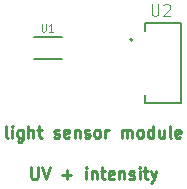
<source format=gbr>
G04 #@! TF.GenerationSoftware,KiCad,Pcbnew,5.1.5+dfsg1-2build2*
G04 #@! TF.CreationDate,2020-11-20T18:41:41+01:00*
G04 #@! TF.ProjectId,Lightdome_SensorPCB,4c696768-7464-46f6-9d65-5f53656e736f,1*
G04 #@! TF.SameCoordinates,Original*
G04 #@! TF.FileFunction,Legend,Top*
G04 #@! TF.FilePolarity,Positive*
%FSLAX46Y46*%
G04 Gerber Fmt 4.6, Leading zero omitted, Abs format (unit mm)*
G04 Created by KiCad (PCBNEW 5.1.5+dfsg1-2build2) date 2020-11-20 18:41:41*
%MOMM*%
%LPD*%
G04 APERTURE LIST*
%ADD10C,0.250000*%
%ADD11C,0.127000*%
%ADD12C,0.200000*%
%ADD13C,0.100000*%
%ADD14C,0.015000*%
%ADD15R,1.600000X0.700000*%
%ADD16R,1.000000X0.400000*%
G04 APERTURE END LIST*
D10*
X136271904Y-91412380D02*
X136176666Y-91364761D01*
X136129047Y-91269523D01*
X136129047Y-90412380D01*
X136652857Y-91412380D02*
X136652857Y-90745714D01*
X136652857Y-90412380D02*
X136605238Y-90460000D01*
X136652857Y-90507619D01*
X136700476Y-90460000D01*
X136652857Y-90412380D01*
X136652857Y-90507619D01*
X137557619Y-90745714D02*
X137557619Y-91555238D01*
X137510000Y-91650476D01*
X137462380Y-91698095D01*
X137367142Y-91745714D01*
X137224285Y-91745714D01*
X137129047Y-91698095D01*
X137557619Y-91364761D02*
X137462380Y-91412380D01*
X137271904Y-91412380D01*
X137176666Y-91364761D01*
X137129047Y-91317142D01*
X137081428Y-91221904D01*
X137081428Y-90936190D01*
X137129047Y-90840952D01*
X137176666Y-90793333D01*
X137271904Y-90745714D01*
X137462380Y-90745714D01*
X137557619Y-90793333D01*
X138033809Y-91412380D02*
X138033809Y-90412380D01*
X138462380Y-91412380D02*
X138462380Y-90888571D01*
X138414761Y-90793333D01*
X138319523Y-90745714D01*
X138176666Y-90745714D01*
X138081428Y-90793333D01*
X138033809Y-90840952D01*
X138795714Y-90745714D02*
X139176666Y-90745714D01*
X138938571Y-90412380D02*
X138938571Y-91269523D01*
X138986190Y-91364761D01*
X139081428Y-91412380D01*
X139176666Y-91412380D01*
X140224285Y-91364761D02*
X140319523Y-91412380D01*
X140510000Y-91412380D01*
X140605238Y-91364761D01*
X140652857Y-91269523D01*
X140652857Y-91221904D01*
X140605238Y-91126666D01*
X140510000Y-91079047D01*
X140367142Y-91079047D01*
X140271904Y-91031428D01*
X140224285Y-90936190D01*
X140224285Y-90888571D01*
X140271904Y-90793333D01*
X140367142Y-90745714D01*
X140510000Y-90745714D01*
X140605238Y-90793333D01*
X141462380Y-91364761D02*
X141367142Y-91412380D01*
X141176666Y-91412380D01*
X141081428Y-91364761D01*
X141033809Y-91269523D01*
X141033809Y-90888571D01*
X141081428Y-90793333D01*
X141176666Y-90745714D01*
X141367142Y-90745714D01*
X141462380Y-90793333D01*
X141510000Y-90888571D01*
X141510000Y-90983809D01*
X141033809Y-91079047D01*
X141938571Y-90745714D02*
X141938571Y-91412380D01*
X141938571Y-90840952D02*
X141986190Y-90793333D01*
X142081428Y-90745714D01*
X142224285Y-90745714D01*
X142319523Y-90793333D01*
X142367142Y-90888571D01*
X142367142Y-91412380D01*
X142795714Y-91364761D02*
X142890952Y-91412380D01*
X143081428Y-91412380D01*
X143176666Y-91364761D01*
X143224285Y-91269523D01*
X143224285Y-91221904D01*
X143176666Y-91126666D01*
X143081428Y-91079047D01*
X142938571Y-91079047D01*
X142843333Y-91031428D01*
X142795714Y-90936190D01*
X142795714Y-90888571D01*
X142843333Y-90793333D01*
X142938571Y-90745714D01*
X143081428Y-90745714D01*
X143176666Y-90793333D01*
X143795714Y-91412380D02*
X143700476Y-91364761D01*
X143652857Y-91317142D01*
X143605238Y-91221904D01*
X143605238Y-90936190D01*
X143652857Y-90840952D01*
X143700476Y-90793333D01*
X143795714Y-90745714D01*
X143938571Y-90745714D01*
X144033809Y-90793333D01*
X144081428Y-90840952D01*
X144129047Y-90936190D01*
X144129047Y-91221904D01*
X144081428Y-91317142D01*
X144033809Y-91364761D01*
X143938571Y-91412380D01*
X143795714Y-91412380D01*
X144557619Y-91412380D02*
X144557619Y-90745714D01*
X144557619Y-90936190D02*
X144605238Y-90840952D01*
X144652857Y-90793333D01*
X144748095Y-90745714D01*
X144843333Y-90745714D01*
X145938571Y-91412380D02*
X145938571Y-90745714D01*
X145938571Y-90840952D02*
X145986190Y-90793333D01*
X146081428Y-90745714D01*
X146224285Y-90745714D01*
X146319523Y-90793333D01*
X146367142Y-90888571D01*
X146367142Y-91412380D01*
X146367142Y-90888571D02*
X146414761Y-90793333D01*
X146510000Y-90745714D01*
X146652857Y-90745714D01*
X146748095Y-90793333D01*
X146795714Y-90888571D01*
X146795714Y-91412380D01*
X147414761Y-91412380D02*
X147319523Y-91364761D01*
X147271904Y-91317142D01*
X147224285Y-91221904D01*
X147224285Y-90936190D01*
X147271904Y-90840952D01*
X147319523Y-90793333D01*
X147414761Y-90745714D01*
X147557619Y-90745714D01*
X147652857Y-90793333D01*
X147700476Y-90840952D01*
X147748095Y-90936190D01*
X147748095Y-91221904D01*
X147700476Y-91317142D01*
X147652857Y-91364761D01*
X147557619Y-91412380D01*
X147414761Y-91412380D01*
X148605238Y-91412380D02*
X148605238Y-90412380D01*
X148605238Y-91364761D02*
X148510000Y-91412380D01*
X148319523Y-91412380D01*
X148224285Y-91364761D01*
X148176666Y-91317142D01*
X148129047Y-91221904D01*
X148129047Y-90936190D01*
X148176666Y-90840952D01*
X148224285Y-90793333D01*
X148319523Y-90745714D01*
X148510000Y-90745714D01*
X148605238Y-90793333D01*
X149510000Y-90745714D02*
X149510000Y-91412380D01*
X149081428Y-90745714D02*
X149081428Y-91269523D01*
X149129047Y-91364761D01*
X149224285Y-91412380D01*
X149367142Y-91412380D01*
X149462380Y-91364761D01*
X149510000Y-91317142D01*
X150129047Y-91412380D02*
X150033809Y-91364761D01*
X149986190Y-91269523D01*
X149986190Y-90412380D01*
X150890952Y-91364761D02*
X150795714Y-91412380D01*
X150605238Y-91412380D01*
X150510000Y-91364761D01*
X150462380Y-91269523D01*
X150462380Y-90888571D01*
X150510000Y-90793333D01*
X150605238Y-90745714D01*
X150795714Y-90745714D01*
X150890952Y-90793333D01*
X150938571Y-90888571D01*
X150938571Y-90983809D01*
X150462380Y-91079047D01*
X138248095Y-93912380D02*
X138248095Y-94721904D01*
X138295714Y-94817142D01*
X138343333Y-94864761D01*
X138438571Y-94912380D01*
X138629047Y-94912380D01*
X138724285Y-94864761D01*
X138771904Y-94817142D01*
X138819523Y-94721904D01*
X138819523Y-93912380D01*
X139152857Y-93912380D02*
X139486190Y-94912380D01*
X139819523Y-93912380D01*
X140914761Y-94531428D02*
X141676666Y-94531428D01*
X141295714Y-94912380D02*
X141295714Y-94150476D01*
X142914761Y-94912380D02*
X142914761Y-94245714D01*
X142914761Y-93912380D02*
X142867142Y-93960000D01*
X142914761Y-94007619D01*
X142962380Y-93960000D01*
X142914761Y-93912380D01*
X142914761Y-94007619D01*
X143390952Y-94245714D02*
X143390952Y-94912380D01*
X143390952Y-94340952D02*
X143438571Y-94293333D01*
X143533809Y-94245714D01*
X143676666Y-94245714D01*
X143771904Y-94293333D01*
X143819523Y-94388571D01*
X143819523Y-94912380D01*
X144152857Y-94245714D02*
X144533809Y-94245714D01*
X144295714Y-93912380D02*
X144295714Y-94769523D01*
X144343333Y-94864761D01*
X144438571Y-94912380D01*
X144533809Y-94912380D01*
X145248095Y-94864761D02*
X145152857Y-94912380D01*
X144962380Y-94912380D01*
X144867142Y-94864761D01*
X144819523Y-94769523D01*
X144819523Y-94388571D01*
X144867142Y-94293333D01*
X144962380Y-94245714D01*
X145152857Y-94245714D01*
X145248095Y-94293333D01*
X145295714Y-94388571D01*
X145295714Y-94483809D01*
X144819523Y-94579047D01*
X145724285Y-94245714D02*
X145724285Y-94912380D01*
X145724285Y-94340952D02*
X145771904Y-94293333D01*
X145867142Y-94245714D01*
X146010000Y-94245714D01*
X146105238Y-94293333D01*
X146152857Y-94388571D01*
X146152857Y-94912380D01*
X146581428Y-94864761D02*
X146676666Y-94912380D01*
X146867142Y-94912380D01*
X146962380Y-94864761D01*
X147010000Y-94769523D01*
X147010000Y-94721904D01*
X146962380Y-94626666D01*
X146867142Y-94579047D01*
X146724285Y-94579047D01*
X146629047Y-94531428D01*
X146581428Y-94436190D01*
X146581428Y-94388571D01*
X146629047Y-94293333D01*
X146724285Y-94245714D01*
X146867142Y-94245714D01*
X146962380Y-94293333D01*
X147438571Y-94912380D02*
X147438571Y-94245714D01*
X147438571Y-93912380D02*
X147390952Y-93960000D01*
X147438571Y-94007619D01*
X147486190Y-93960000D01*
X147438571Y-93912380D01*
X147438571Y-94007619D01*
X147771904Y-94245714D02*
X148152857Y-94245714D01*
X147914761Y-93912380D02*
X147914761Y-94769523D01*
X147962380Y-94864761D01*
X148057619Y-94912380D01*
X148152857Y-94912380D01*
X148390952Y-94245714D02*
X148629047Y-94912380D01*
X148867142Y-94245714D02*
X148629047Y-94912380D01*
X148533809Y-95150476D01*
X148486190Y-95198095D01*
X148390952Y-95245714D01*
D11*
X147910000Y-88490000D02*
X147910000Y-87790000D01*
X147910000Y-81690000D02*
X147910000Y-82390000D01*
X150910000Y-88490000D02*
X147910000Y-88490000D01*
X150910000Y-81690000D02*
X150910000Y-88490000D01*
X147910000Y-81690000D02*
X150910000Y-81690000D01*
D12*
X146835000Y-83108000D02*
G75*
G03X146835000Y-83108000I-100000J0D01*
G01*
D11*
X138525000Y-84720000D02*
X140875000Y-84720000D01*
X138525000Y-82920000D02*
X140875000Y-82920000D01*
D13*
X137880000Y-82800000D02*
G75*
G03X137880000Y-82800000I-50000J0D01*
G01*
D14*
X148463095Y-80097380D02*
X148463095Y-80906904D01*
X148510714Y-81002142D01*
X148558333Y-81049761D01*
X148653571Y-81097380D01*
X148844047Y-81097380D01*
X148939285Y-81049761D01*
X148986904Y-81002142D01*
X149034523Y-80906904D01*
X149034523Y-80097380D01*
X149463095Y-80192619D02*
X149510714Y-80145000D01*
X149605952Y-80097380D01*
X149844047Y-80097380D01*
X149939285Y-80145000D01*
X149986904Y-80192619D01*
X150034523Y-80287857D01*
X150034523Y-80383095D01*
X149986904Y-80525952D01*
X149415476Y-81097380D01*
X150034523Y-81097380D01*
X139158672Y-81819731D02*
X139158672Y-82305614D01*
X139187254Y-82362777D01*
X139215835Y-82391358D01*
X139272998Y-82419940D01*
X139387323Y-82419940D01*
X139444486Y-82391358D01*
X139473068Y-82362777D01*
X139501649Y-82305614D01*
X139501649Y-81819731D01*
X140101858Y-82419940D02*
X139758881Y-82419940D01*
X139930370Y-82419940D02*
X139930370Y-81819731D01*
X139873207Y-81905475D01*
X139816044Y-81962638D01*
X139758881Y-81991219D01*
%LPC*%
D15*
X148310000Y-86995000D03*
X148310000Y-85725000D03*
X148310000Y-84455000D03*
X148310000Y-83185000D03*
D16*
X140775000Y-84420000D03*
X140775000Y-83820000D03*
X140775000Y-83220000D03*
X138625000Y-84420000D03*
X138625000Y-83820000D03*
X138625000Y-83220000D03*
M02*

</source>
